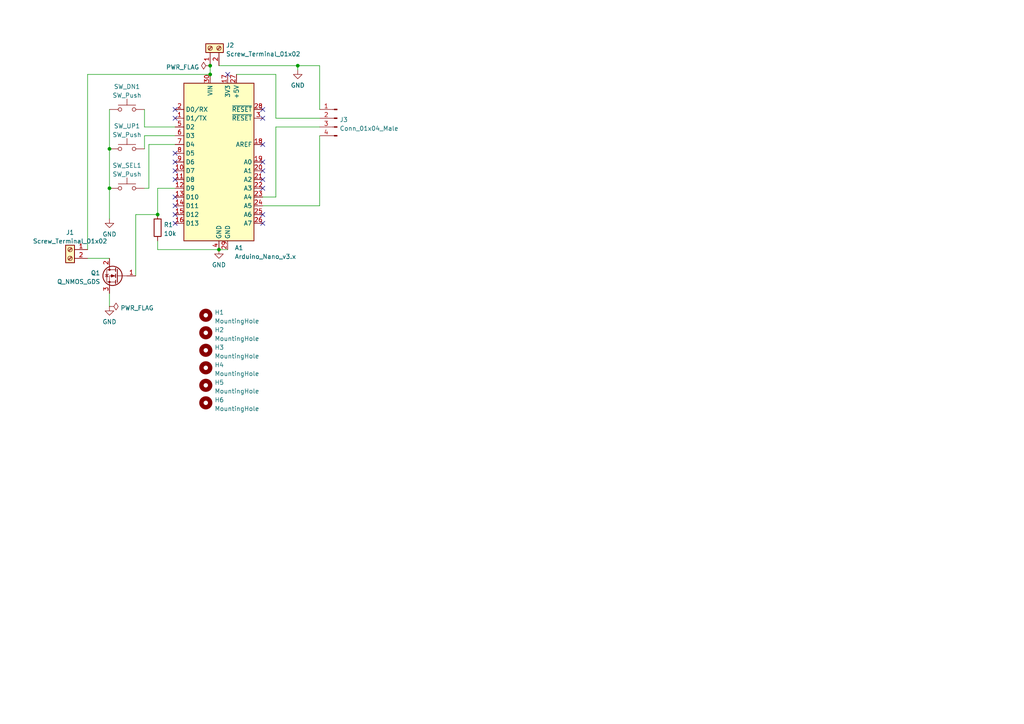
<source format=kicad_sch>
(kicad_sch (version 20211123) (generator eeschema)
  (paper "A4")
  (lib_symbols
    (symbol "Connector:Conn_01x04_Male" (pin_names (offset 1.016) hide)
      (property "Reference" "J" (at 0 5.08 0))
      (property "Value" "Conn_01x04_Male" (at 0 -7.62 0))
      (symbol "Conn_01x04_Male_1_1"
        (polyline (pts (xy 1.27 -5.08) (xy 0.8636 -5.08)) (stroke (width 0.1524)))
        (polyline (pts (xy 1.27 -2.54) (xy 0.8636 -2.54)) (stroke (width 0.1524)))
        (polyline (pts (xy 1.27 0) (xy 0.8636 0)) (stroke (width 0.1524)))
        (polyline (pts (xy 1.27 2.54) (xy 0.8636 2.54)) (stroke (width 0.1524)))
        (rectangle (start 0.8636 -4.953) (end 0 -5.207) (stroke (width 0.1524)) (fill (type outline)))
        (rectangle (start 0.8636 -2.413) (end 0 -2.667) (stroke (width 0.1524)) (fill (type outline)))
        (rectangle (start 0.8636 0.127) (end 0 -0.127) (stroke (width 0.1524)) (fill (type outline)))
        (rectangle (start 0.8636 2.667) (end 0 2.413) (stroke (width 0.1524)) (fill (type outline)))
        (pin passive line (at 5.08 2.54 180) (length 3.81) (name "Pin_1") (number "1"))
        (pin passive line (at 5.08 0 180) (length 3.81) (name "Pin_2") (number "2"))
        (pin passive line (at 5.08 -2.54 180) (length 3.81) (name "Pin_3") (number "3"))
        (pin passive line (at 5.08 -5.08 180) (length 3.81) (name "Pin_4") (number "4"))
      )
    )
    (symbol "Connector:Screw_Terminal_01x02" (pin_names (offset 1.016) hide)
      (property "Reference" "J" (at 0 2.54 0))
      (property "Value" "Screw_Terminal_01x02" (at 0 -5.08 0))
      (symbol "Screw_Terminal_01x02_1_1"
        (rectangle (start -1.27 1.27) (end 1.27 -3.81) (stroke (width 0.254)) (fill (type background)))
        (circle (center 0 -2.54) (radius 0.635) (stroke (width 0.1524)))
        (polyline (pts (xy -0.5334 -2.2098) (xy 0.3302 -3.048)) (stroke (width 0.1524)))
        (polyline (pts (xy -0.5334 0.3302) (xy 0.3302 -0.508)) (stroke (width 0.1524)))
        (polyline (pts (xy -0.3556 -2.032) (xy 0.508 -2.8702)) (stroke (width 0.1524)))
        (polyline (pts (xy -0.3556 0.508) (xy 0.508 -0.3302)) (stroke (width 0.1524)))
        (circle (center 0 0) (radius 0.635) (stroke (width 0.1524)))
        (pin passive line (at -5.08 0 0) (length 3.81) (name "Pin_1") (number "1"))
        (pin passive line (at -5.08 -2.54 0) (length 3.81) (name "Pin_2") (number "2"))
      )
    )
    (symbol "Device:Q_NMOS_GDS" (pin_names (offset 0) hide)
      (property "Reference" "Q" (at 5.08 1.27 0))
      (property "Value" "Q_NMOS_GDS" (at 5.08 -1.27 0))
      (symbol "Q_NMOS_GDS_0_1"
        (polyline (pts (xy 0.254 0) (xy -2.54 0)))
        (polyline (pts (xy 0.254 1.905) (xy 0.254 -1.905)) (stroke (width 0.254)))
        (polyline (pts (xy 0.762 -1.27) (xy 0.762 -2.286)) (stroke (width 0.254)))
        (polyline (pts (xy 0.762 0.508) (xy 0.762 -0.508)) (stroke (width 0.254)))
        (polyline (pts (xy 0.762 2.286) (xy 0.762 1.27)) (stroke (width 0.254)))
        (polyline (pts (xy 2.54 2.54) (xy 2.54 1.778)))
        (polyline (pts (xy 2.54 -2.54) (xy 2.54 0) (xy 0.762 0)))
        (polyline (pts (xy 0.762 -1.778) (xy 3.302 -1.778) (xy 3.302 1.778) (xy 0.762 1.778)))
        (polyline (pts (xy 1.016 0) (xy 2.032 0.381) (xy 2.032 -0.381) (xy 1.016 0)) (fill (type outline)))
        (polyline (pts (xy 2.794 0.508) (xy 2.921 0.381) (xy 3.683 0.381) (xy 3.81 0.254)))
        (polyline (pts (xy 3.302 0.381) (xy 2.921 -0.254) (xy 3.683 -0.254) (xy 3.302 0.381)))
        (circle (center 1.651 0) (radius 2.794) (stroke (width 0.254)))
        (circle (center 2.54 -1.778) (radius 0.254) (fill (type outline)))
        (circle (center 2.54 1.778) (radius 0.254) (fill (type outline)))
      )
      (symbol "Q_NMOS_GDS_1_1"
        (pin input line (at -5.08 0 0) (length 2.54) (name "G") (number "1"))
        (pin passive line (at 2.54 5.08 270) (length 2.54) (name "D") (number "2"))
        (pin passive line (at 2.54 -5.08 90) (length 2.54) (name "S") (number "3"))
      )
    )
    (symbol "Device:R" (pin_numbers hide) (pin_names (offset 0))
      (property "Reference" "R" (at 2.032 0 90))
      (property "Value" "R" (at 0 0 90))
      (symbol "R_0_1"
        (rectangle (start -1.016 -2.54) (end 1.016 2.54) (stroke (width 0.254)))
      )
      (symbol "R_1_1"
        (pin passive line (at 0 3.81 270) (length 1.27) (name "~") (number "1"))
        (pin passive line (at 0 -3.81 90) (length 1.27) (name "~") (number "2"))
      )
    )
    (symbol "MCU_Module:Arduino_Nano_v3.x"
      (property "Reference" "A" (at -10.16 23.495 0))
      (property "Value" "Arduino_Nano_v3.x" (at 5.08 -24.13 0))
      (symbol "Arduino_Nano_v3.x_0_1"
        (rectangle (start -10.16 22.86) (end 10.16 -22.86) (stroke (width 0.254)) (fill (type background)))
      )
      (symbol "Arduino_Nano_v3.x_1_1"
        (pin bidirectional line (at -12.7 12.7 0) (length 2.54) (name "D1/TX") (number "1"))
        (pin bidirectional line (at -12.7 -2.54 0) (length 2.54) (name "D7") (number "10"))
        (pin bidirectional line (at -12.7 -5.08 0) (length 2.54) (name "D8") (number "11"))
        (pin bidirectional line (at -12.7 -7.62 0) (length 2.54) (name "D9") (number "12"))
        (pin bidirectional line (at -12.7 -10.16 0) (length 2.54) (name "D10") (number "13"))
        (pin bidirectional line (at -12.7 -12.7 0) (length 2.54) (name "D11") (number "14"))
        (pin bidirectional line (at -12.7 -15.24 0) (length 2.54) (name "D12") (number "15"))
        (pin bidirectional line (at -12.7 -17.78 0) (length 2.54) (name "D13") (number "16"))
        (pin power_out line (at 2.54 25.4 270) (length 2.54) (name "3V3") (number "17"))
        (pin input line (at 12.7 5.08 180) (length 2.54) (name "AREF") (number "18"))
        (pin bidirectional line (at 12.7 0 180) (length 2.54) (name "A0") (number "19"))
        (pin bidirectional line (at -12.7 15.24 0) (length 2.54) (name "D0/RX") (number "2"))
        (pin bidirectional line (at 12.7 -2.54 180) (length 2.54) (name "A1") (number "20"))
        (pin bidirectional line (at 12.7 -5.08 180) (length 2.54) (name "A2") (number "21"))
        (pin bidirectional line (at 12.7 -7.62 180) (length 2.54) (name "A3") (number "22"))
        (pin bidirectional line (at 12.7 -10.16 180) (length 2.54) (name "A4") (number "23"))
        (pin bidirectional line (at 12.7 -12.7 180) (length 2.54) (name "A5") (number "24"))
        (pin bidirectional line (at 12.7 -15.24 180) (length 2.54) (name "A6") (number "25"))
        (pin bidirectional line (at 12.7 -17.78 180) (length 2.54) (name "A7") (number "26"))
        (pin power_out line (at 5.08 25.4 270) (length 2.54) (name "+5V") (number "27"))
        (pin input line (at 12.7 15.24 180) (length 2.54) (name "~{RESET}") (number "28"))
        (pin power_in line (at 2.54 -25.4 90) (length 2.54) (name "GND") (number "29"))
        (pin input line (at 12.7 12.7 180) (length 2.54) (name "~{RESET}") (number "3"))
        (pin power_in line (at -2.54 25.4 270) (length 2.54) (name "VIN") (number "30"))
        (pin power_in line (at 0 -25.4 90) (length 2.54) (name "GND") (number "4"))
        (pin bidirectional line (at -12.7 10.16 0) (length 2.54) (name "D2") (number "5"))
        (pin bidirectional line (at -12.7 7.62 0) (length 2.54) (name "D3") (number "6"))
        (pin bidirectional line (at -12.7 5.08 0) (length 2.54) (name "D4") (number "7"))
        (pin bidirectional line (at -12.7 2.54 0) (length 2.54) (name "D5") (number "8"))
        (pin bidirectional line (at -12.7 0 0) (length 2.54) (name "D6") (number "9"))
      )
    )
    (symbol "Mechanical:MountingHole" (pin_names (offset 1.016))
      (property "Reference" "H" (at 0 5.08 0))
      (property "Value" "MountingHole" (at 0 3.175 0))
      (symbol "MountingHole_0_1"
        (circle (center 0 0) (radius 1.27) (stroke (width 1.27)))
      )
    )
    (symbol "Switch:SW_Push" (pin_numbers hide) (pin_names (offset 1.016) hide)
      (property "Reference" "SW" (at 1.27 2.54 0))
      (property "Value" "SW_Push" (at 0 -1.524 0))
      (symbol "SW_Push_0_1"
        (circle (center -2.032 0) (radius 0.508))
        (polyline (pts (xy 0 1.27) (xy 0 3.048)))
        (polyline (pts (xy 2.54 1.27) (xy -2.54 1.27)))
        (circle (center 2.032 0) (radius 0.508))
        (pin passive line (at -5.08 0 0) (length 2.54) (name "1") (number "1"))
        (pin passive line (at 5.08 0 180) (length 2.54) (name "2") (number "2"))
      )
    )
    (symbol "power:GND" (power) (pin_names (offset 0))
      (property "Value" "GND" (at 0 -3.81 0))
      (symbol "GND_0_1"
        (polyline (pts (xy 0 0) (xy 0 -1.27) (xy 1.27 -1.27) (xy 0 -2.54) (xy -1.27 -1.27) (xy 0 -1.27)))
      )
      (symbol "GND_1_1"
        (pin power_in line (at 0 0 270) (length 0) hide (name "GND") (number "1"))
      )
    )
    (symbol "power:PWR_FLAG" (power) (pin_numbers hide) (pin_names (offset 0) hide)
      (property "Value" "PWR_FLAG" (at 0 3.81 0))
      (symbol "PWR_FLAG_0_0"
        (pin power_out line (at 0 0 90) (length 0) (name "pwr") (number "1"))
      )
      (symbol "PWR_FLAG_0_1"
        (polyline (pts (xy 0 0) (xy 0 1.27) (xy -1.016 1.905) (xy 0 2.54) (xy 1.016 1.905) (xy 0 1.27)))
      )
    )
  )
  (junction (at 86.36 19.05))
  (junction (at 31.75 54.61))
  (junction (at 45.72 62.23))
  (junction (at 60.96 19.05))
  (junction (at 63.5 72.39))
  (junction (at 31.75 43.18))
  (junction (at 60.96 21.59))
  (no_connect (at 50.8 31.75))
  (no_connect (at 50.8 34.29))
  (no_connect (at 50.8 44.45))
  (no_connect (at 66.04 21.59))
  (no_connect (at 50.8 46.99))
  (no_connect (at 50.8 64.77))
  (no_connect (at 50.8 49.53))
  (no_connect (at 50.8 52.07))
  (no_connect (at 50.8 57.15))
  (no_connect (at 50.8 59.69))
  (no_connect (at 50.8 62.23))
  (no_connect (at 76.2 41.91))
  (no_connect (at 76.2 64.77))
  (no_connect (at 76.2 62.23))
  (no_connect (at 76.2 54.61))
  (no_connect (at 76.2 52.07))
  (no_connect (at 76.2 49.53))
  (no_connect (at 76.2 46.99))
  (no_connect (at 76.2 31.75))
  (no_connect (at 76.2 34.29))
  (wire (pts (xy 31.75 85.09) (xy 31.75 88.9)))
  (wire (pts (xy 41.91 36.83) (xy 41.91 31.75)))
  (wire (pts (xy 31.75 31.75) (xy 31.75 43.18)))
  (wire (pts (xy 92.71 59.69) (xy 76.2 59.69)))
  (wire (pts (xy 45.72 72.39) (xy 63.5 72.39)))
  (wire (pts (xy 92.71 39.37) (xy 92.71 59.69)))
  (wire (pts (xy 80.01 34.29) (xy 92.71 34.29)))
  (wire (pts (xy 60.96 19.05) (xy 60.96 21.59)))
  (wire (pts (xy 45.72 69.85) (xy 45.72 72.39)))
  (wire (pts (xy 68.58 21.59) (xy 80.01 21.59)))
  (wire (pts (xy 50.8 36.83) (xy 41.91 36.83)))
  (wire (pts (xy 86.36 19.05) (xy 86.36 20.32)))
  (wire (pts (xy 31.75 43.18) (xy 31.75 54.61)))
  (wire (pts (xy 31.75 54.61) (xy 31.75 63.5)))
  (wire (pts (xy 45.72 62.23) (xy 45.72 54.61)))
  (wire (pts (xy 25.4 21.59) (xy 60.96 21.59)))
  (wire (pts (xy 86.36 19.05) (xy 92.71 19.05)))
  (wire (pts (xy 63.5 72.39) (xy 66.04 72.39)))
  (wire (pts (xy 41.91 39.37) (xy 41.91 43.18)))
  (wire (pts (xy 39.37 62.23) (xy 45.72 62.23)))
  (wire (pts (xy 80.01 36.83) (xy 80.01 57.15)))
  (wire (pts (xy 25.4 74.93) (xy 31.75 74.93)))
  (wire (pts (xy 43.18 41.91) (xy 43.18 54.61)))
  (wire (pts (xy 25.4 72.39) (xy 25.4 21.59)))
  (wire (pts (xy 39.37 80.01) (xy 39.37 62.23)))
  (wire (pts (xy 43.18 54.61) (xy 41.91 54.61)))
  (wire (pts (xy 50.8 39.37) (xy 41.91 39.37)))
  (wire (pts (xy 80.01 57.15) (xy 76.2 57.15)))
  (wire (pts (xy 63.5 19.05) (xy 86.36 19.05)))
  (wire (pts (xy 80.01 21.59) (xy 80.01 34.29)))
  (wire (pts (xy 45.72 54.61) (xy 50.8 54.61)))
  (wire (pts (xy 92.71 19.05) (xy 92.71 31.75)))
  (wire (pts (xy 92.71 36.83) (xy 80.01 36.83)))
  (wire (pts (xy 50.8 41.91) (xy 43.18 41.91)))
  (symbol (lib_id "Switch:SW_Push") (at 36.83 43.18 0) (unit 1)
    (property "Reference" "SW_UP1" (at 36.83 36.5592 0))
    (property "Value" "SW_Push" (at 36.83 39.0961 0))
    (property "Footprint" "Button_Switch_THT:SW_PUSH_6mm" (effects hide))
  )
  (symbol (lib_id "Mechanical:MountingHole") (at 59.69 106.68 0) (unit 1)
    (property "Reference" "H4" (at 62.23 105.8453 0) (effects (justify left)))
    (property "Value" "MountingHole" (at 62.23 108.3822 0) (effects (justify left)))
    (property "Footprint" "MountingHole:MountingHole_3mm" (effects hide))
  )
  (symbol (lib_id "Mechanical:MountingHole") (at 59.69 96.52 0) (unit 1)
    (property "Reference" "H2" (at 62.23 95.6853 0) (effects (justify left)))
    (property "Value" "MountingHole" (at 62.23 98.2222 0) (effects (justify left)))
    (property "Footprint" "MountingHole:MountingHole_3mm" (effects hide))
  )
  (symbol (lib_id "Connector:Conn_01x04_Male") (at 97.79 34.29 0) (mirror y) (unit 1)
    (property "Reference" "J3" (at 98.5012 34.7253 0) (effects (justify right)))
    (property "Value" "Conn_01x04_Male" (at 98.5012 37.2622 0) (effects (justify right)))
    (property "Footprint" "Connector_PinHeader_2.54mm:PinHeader_1x04_P2.54mm_Horizontal" (effects hide))
  )
  (symbol (lib_id "MCU_Module:Arduino_Nano_v3.x") (at 63.5 46.99 0) (unit 1)
    (property "Reference" "A1" (at 68.0594 71.8804 0) (effects (justify left)))
    (property "Value" "Arduino_Nano_v3.x" (at 68.0594 74.4173 0) (effects (justify left)))
    (property "Footprint" "Module:Arduino_Nano" (effects hide))
    (property "Datasheet" "http://www.mouser.com/pdfdocs/Gravitech_Arduino_Nano3_0.pdf" (effects hide))
  )
  (symbol (lib_id "Switch:SW_Push") (at 36.83 54.61 0) (unit 1)
    (property "Reference" "SW_SEL1" (at 36.83 47.9892 0))
    (property "Value" "SW_Push" (at 36.83 50.5261 0))
    (property "Footprint" "Button_Switch_THT:SW_PUSH_6mm" (effects hide))
  )
  (symbol (lib_id "Connector:Screw_Terminal_01x02") (at 60.96 13.97 90) (unit 1)
    (property "Reference" "J2" (at 65.532 13.1353 90) (effects (justify right)))
    (property "Value" "Screw_Terminal_01x02" (at 65.532 15.6722 90) (effects (justify right)))
    (property "Footprint" "TerminalBlock_Phoenix:TerminalBlock_Phoenix_PT-1,5-2-5.0-H_1x02_P5.00mm_Horizontal" (effects hide))
  )
  (symbol (lib_id "power:PWR_FLAG") (at 31.75 88.9 270) (unit 1)
    (property "Reference" "#FLG01" (effects hide))
    (property "Value" "PWR_FLAG" (at 34.925 89.3338 90) (effects (justify left)))
  )
  (symbol (lib_id "Mechanical:MountingHole") (at 59.69 111.76 0) (unit 1)
    (property "Reference" "H5" (at 62.23 110.9253 0) (effects (justify left)))
    (property "Value" "MountingHole" (at 62.23 113.4622 0) (effects (justify left)))
    (property "Footprint" "MountingHole:MountingHole_3mm" (effects hide))
  )
  (symbol (lib_id "Device:Q_NMOS_GDS") (at 34.29 80.01 0) (mirror y) (unit 1)
    (property "Reference" "Q1" (at 29.0831 79.1753 0) (effects (justify left)))
    (property "Value" "Q_NMOS_GDS" (at 29.0831 81.7122 0) (effects (justify left)))
    (property "Footprint" "Package_TO_SOT_THT:TO-220-3_Horizontal_TabUp" (effects hide))
  )
  (symbol (lib_id "power:GND") (at 31.75 88.9 0) (unit 1)
    (property "Reference" "#PWR02" (effects hide))
    (property "Value" "GND" (at 31.75 93.3434 0))
  )
  (symbol (lib_id "Connector:Screw_Terminal_01x02") (at 20.32 72.39 0) (mirror y) (unit 1)
    (property "Reference" "J1" (at 20.32 67.4202 0))
    (property "Value" "Screw_Terminal_01x02" (at 20.32 69.9571 0))
    (property "Footprint" "TerminalBlock_Phoenix:TerminalBlock_Phoenix_PT-1,5-2-5.0-H_1x02_P5.00mm_Horizontal" (effects hide))
  )
  (symbol (lib_id "Mechanical:MountingHole") (at 59.69 101.6 0) (unit 1)
    (property "Reference" "H3" (at 62.23 100.7653 0) (effects (justify left)))
    (property "Value" "MountingHole" (at 62.23 103.3022 0) (effects (justify left)))
    (property "Footprint" "MountingHole:MountingHole_3mm" (effects hide))
  )
  (symbol (lib_id "Switch:SW_Push") (at 36.83 31.75 0) (unit 1)
    (property "Reference" "SW_DN1" (at 36.83 25.1292 0))
    (property "Value" "SW_Push" (at 36.83 27.6661 0))
    (property "Footprint" "Button_Switch_THT:SW_PUSH_6mm" (effects hide))
  )
  (symbol (lib_id "Mechanical:MountingHole") (at 59.69 116.84 0) (unit 1)
    (property "Reference" "H6" (at 62.23 116.0053 0) (effects (justify left)))
    (property "Value" "MountingHole" (at 62.23 118.5422 0) (effects (justify left)))
    (property "Footprint" "MountingHole:MountingHole_3mm" (effects hide))
  )
  (symbol (lib_id "power:GND") (at 86.36 20.32 0) (unit 1)
    (property "Reference" "#PWR04" (effects hide))
    (property "Value" "GND" (at 86.36 24.7634 0))
  )
  (symbol (lib_id "power:PWR_FLAG") (at 60.96 19.05 90) (unit 1)
    (property "Reference" "#FLG02" (effects hide))
    (property "Value" "PWR_FLAG" (at 57.7851 19.4838 90) (effects (justify left)))
  )
  (symbol (lib_id "power:GND") (at 31.75 63.5 0) (unit 1)
    (property "Reference" "#PWR01" (effects hide))
    (property "Value" "GND" (at 31.75 67.9434 0))
  )
  (symbol (lib_id "Device:R") (at 45.72 66.04 0) (unit 1)
    (property "Reference" "R1" (at 47.498 65.2053 0) (effects (justify left)))
    (property "Value" "10k" (at 47.498 67.7422 0) (effects (justify left)))
    (property "Footprint" "Resistor_SMD:R_0805_2012Metric_Pad1.20x1.40mm_HandSolder" (effects hide))
  )
  (symbol (lib_id "Mechanical:MountingHole") (at 59.69 91.44 0) (unit 1)
    (property "Reference" "H1" (at 62.23 90.6053 0) (effects (justify left)))
    (property "Value" "MountingHole" (at 62.23 93.1422 0) (effects (justify left)))
    (property "Footprint" "MountingHole:MountingHole_3mm" (effects hide))
  )
  (symbol (lib_id "power:GND") (at 63.5 72.39 0) (unit 1)
    (property "Reference" "#PWR03" (effects hide))
    (property "Value" "GND" (at 63.5 76.8334 0))
  )
)
</source>
